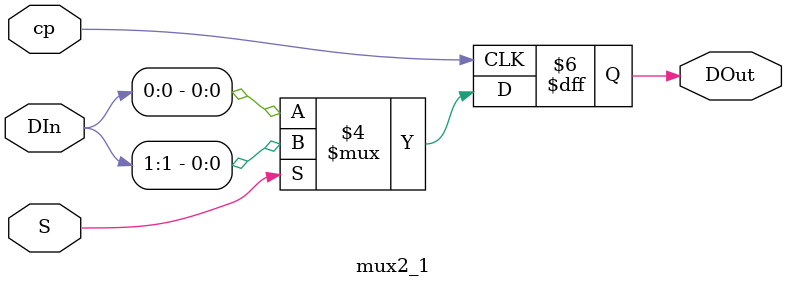
<source format=v>
`timescale 1ns / 1ps


module mux2_1(cp, DIn, DOut, S);
    input wire cp;
    input [1:0] DIn; 
    output reg DOut;
    input S;
   
    always @ (posedge cp) begin
        if (S == 1'b0) DOut = DIn[0];
        else DOut = DIn[1];
    end
endmodule

</source>
